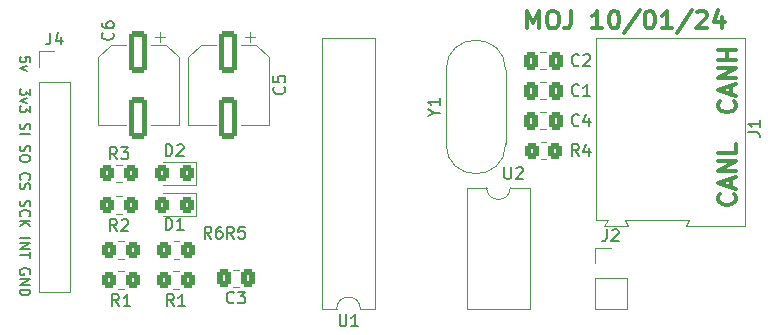
<source format=gto>
G04 #@! TF.GenerationSoftware,KiCad,Pcbnew,7.0.8*
G04 #@! TF.CreationDate,2024-01-10T12:44:37+01:00*
G04 #@! TF.ProjectId,CAN_board,43414e5f-626f-4617-9264-2e6b69636164,rev?*
G04 #@! TF.SameCoordinates,Original*
G04 #@! TF.FileFunction,Legend,Top*
G04 #@! TF.FilePolarity,Positive*
%FSLAX46Y46*%
G04 Gerber Fmt 4.6, Leading zero omitted, Abs format (unit mm)*
G04 Created by KiCad (PCBNEW 7.0.8) date 2024-01-10 12:44:37*
%MOMM*%
%LPD*%
G01*
G04 APERTURE LIST*
G04 Aperture macros list*
%AMRoundRect*
0 Rectangle with rounded corners*
0 $1 Rounding radius*
0 $2 $3 $4 $5 $6 $7 $8 $9 X,Y pos of 4 corners*
0 Add a 4 corners polygon primitive as box body*
4,1,4,$2,$3,$4,$5,$6,$7,$8,$9,$2,$3,0*
0 Add four circle primitives for the rounded corners*
1,1,$1+$1,$2,$3*
1,1,$1+$1,$4,$5*
1,1,$1+$1,$6,$7*
1,1,$1+$1,$8,$9*
0 Add four rect primitives between the rounded corners*
20,1,$1+$1,$2,$3,$4,$5,0*
20,1,$1+$1,$4,$5,$6,$7,0*
20,1,$1+$1,$6,$7,$8,$9,0*
20,1,$1+$1,$8,$9,$2,$3,0*%
G04 Aperture macros list end*
%ADD10C,0.300000*%
%ADD11C,0.200000*%
%ADD12C,0.150000*%
%ADD13C,0.120000*%
%ADD14C,5.600000*%
%ADD15RoundRect,0.250000X-0.550000X1.500000X-0.550000X-1.500000X0.550000X-1.500000X0.550000X1.500000X0*%
%ADD16O,2.400000X1.600000*%
%ADD17R,2.400000X1.600000*%
%ADD18RoundRect,0.250000X-0.350000X-0.450000X0.350000X-0.450000X0.350000X0.450000X-0.350000X0.450000X0*%
%ADD19C,1.500000*%
%ADD20R,1.600000X1.600000*%
%ADD21O,1.600000X1.600000*%
%ADD22R,1.700000X1.700000*%
%ADD23O,1.700000X1.700000*%
%ADD24R,3.960000X1.980000*%
%ADD25O,3.960000X1.980000*%
%ADD26RoundRect,0.250000X0.325000X0.450000X-0.325000X0.450000X-0.325000X-0.450000X0.325000X-0.450000X0*%
%ADD27RoundRect,0.250000X-0.337500X-0.475000X0.337500X-0.475000X0.337500X0.475000X-0.337500X0.475000X0*%
%ADD28RoundRect,0.250000X0.337500X0.475000X-0.337500X0.475000X-0.337500X-0.475000X0.337500X-0.475000X0*%
G04 APERTURE END LIST*
D10*
X172377971Y-105903346D02*
X172449400Y-105974774D01*
X172449400Y-105974774D02*
X172520828Y-106189060D01*
X172520828Y-106189060D02*
X172520828Y-106331917D01*
X172520828Y-106331917D02*
X172449400Y-106546203D01*
X172449400Y-106546203D02*
X172306542Y-106689060D01*
X172306542Y-106689060D02*
X172163685Y-106760489D01*
X172163685Y-106760489D02*
X171877971Y-106831917D01*
X171877971Y-106831917D02*
X171663685Y-106831917D01*
X171663685Y-106831917D02*
X171377971Y-106760489D01*
X171377971Y-106760489D02*
X171235114Y-106689060D01*
X171235114Y-106689060D02*
X171092257Y-106546203D01*
X171092257Y-106546203D02*
X171020828Y-106331917D01*
X171020828Y-106331917D02*
X171020828Y-106189060D01*
X171020828Y-106189060D02*
X171092257Y-105974774D01*
X171092257Y-105974774D02*
X171163685Y-105903346D01*
X172092257Y-105331917D02*
X172092257Y-104617632D01*
X172520828Y-105474774D02*
X171020828Y-104974774D01*
X171020828Y-104974774D02*
X172520828Y-104474774D01*
X172520828Y-103974775D02*
X171020828Y-103974775D01*
X171020828Y-103974775D02*
X172520828Y-103117632D01*
X172520828Y-103117632D02*
X171020828Y-103117632D01*
X172520828Y-101689060D02*
X172520828Y-102403346D01*
X172520828Y-102403346D02*
X171020828Y-102403346D01*
X172377971Y-98046203D02*
X172449400Y-98117631D01*
X172449400Y-98117631D02*
X172520828Y-98331917D01*
X172520828Y-98331917D02*
X172520828Y-98474774D01*
X172520828Y-98474774D02*
X172449400Y-98689060D01*
X172449400Y-98689060D02*
X172306542Y-98831917D01*
X172306542Y-98831917D02*
X172163685Y-98903346D01*
X172163685Y-98903346D02*
X171877971Y-98974774D01*
X171877971Y-98974774D02*
X171663685Y-98974774D01*
X171663685Y-98974774D02*
X171377971Y-98903346D01*
X171377971Y-98903346D02*
X171235114Y-98831917D01*
X171235114Y-98831917D02*
X171092257Y-98689060D01*
X171092257Y-98689060D02*
X171020828Y-98474774D01*
X171020828Y-98474774D02*
X171020828Y-98331917D01*
X171020828Y-98331917D02*
X171092257Y-98117631D01*
X171092257Y-98117631D02*
X171163685Y-98046203D01*
X172092257Y-97474774D02*
X172092257Y-96760489D01*
X172520828Y-97617631D02*
X171020828Y-97117631D01*
X171020828Y-97117631D02*
X172520828Y-96617631D01*
X172520828Y-96117632D02*
X171020828Y-96117632D01*
X171020828Y-96117632D02*
X172520828Y-95260489D01*
X172520828Y-95260489D02*
X171020828Y-95260489D01*
X172520828Y-94546203D02*
X171020828Y-94546203D01*
X171735114Y-94546203D02*
X171735114Y-93689060D01*
X172520828Y-93689060D02*
X171020828Y-93689060D01*
X154859510Y-91875828D02*
X154859510Y-90375828D01*
X154859510Y-90375828D02*
X155359510Y-91447257D01*
X155359510Y-91447257D02*
X155859510Y-90375828D01*
X155859510Y-90375828D02*
X155859510Y-91875828D01*
X156859511Y-90375828D02*
X157145225Y-90375828D01*
X157145225Y-90375828D02*
X157288082Y-90447257D01*
X157288082Y-90447257D02*
X157430939Y-90590114D01*
X157430939Y-90590114D02*
X157502368Y-90875828D01*
X157502368Y-90875828D02*
X157502368Y-91375828D01*
X157502368Y-91375828D02*
X157430939Y-91661542D01*
X157430939Y-91661542D02*
X157288082Y-91804400D01*
X157288082Y-91804400D02*
X157145225Y-91875828D01*
X157145225Y-91875828D02*
X156859511Y-91875828D01*
X156859511Y-91875828D02*
X156716654Y-91804400D01*
X156716654Y-91804400D02*
X156573796Y-91661542D01*
X156573796Y-91661542D02*
X156502368Y-91375828D01*
X156502368Y-91375828D02*
X156502368Y-90875828D01*
X156502368Y-90875828D02*
X156573796Y-90590114D01*
X156573796Y-90590114D02*
X156716654Y-90447257D01*
X156716654Y-90447257D02*
X156859511Y-90375828D01*
X158573797Y-90375828D02*
X158573797Y-91447257D01*
X158573797Y-91447257D02*
X158502368Y-91661542D01*
X158502368Y-91661542D02*
X158359511Y-91804400D01*
X158359511Y-91804400D02*
X158145225Y-91875828D01*
X158145225Y-91875828D02*
X158002368Y-91875828D01*
X161216654Y-91875828D02*
X160359511Y-91875828D01*
X160788082Y-91875828D02*
X160788082Y-90375828D01*
X160788082Y-90375828D02*
X160645225Y-90590114D01*
X160645225Y-90590114D02*
X160502368Y-90732971D01*
X160502368Y-90732971D02*
X160359511Y-90804400D01*
X162145225Y-90375828D02*
X162288082Y-90375828D01*
X162288082Y-90375828D02*
X162430939Y-90447257D01*
X162430939Y-90447257D02*
X162502368Y-90518685D01*
X162502368Y-90518685D02*
X162573796Y-90661542D01*
X162573796Y-90661542D02*
X162645225Y-90947257D01*
X162645225Y-90947257D02*
X162645225Y-91304400D01*
X162645225Y-91304400D02*
X162573796Y-91590114D01*
X162573796Y-91590114D02*
X162502368Y-91732971D01*
X162502368Y-91732971D02*
X162430939Y-91804400D01*
X162430939Y-91804400D02*
X162288082Y-91875828D01*
X162288082Y-91875828D02*
X162145225Y-91875828D01*
X162145225Y-91875828D02*
X162002368Y-91804400D01*
X162002368Y-91804400D02*
X161930939Y-91732971D01*
X161930939Y-91732971D02*
X161859510Y-91590114D01*
X161859510Y-91590114D02*
X161788082Y-91304400D01*
X161788082Y-91304400D02*
X161788082Y-90947257D01*
X161788082Y-90947257D02*
X161859510Y-90661542D01*
X161859510Y-90661542D02*
X161930939Y-90518685D01*
X161930939Y-90518685D02*
X162002368Y-90447257D01*
X162002368Y-90447257D02*
X162145225Y-90375828D01*
X164359510Y-90304400D02*
X163073796Y-92232971D01*
X165145225Y-90375828D02*
X165288082Y-90375828D01*
X165288082Y-90375828D02*
X165430939Y-90447257D01*
X165430939Y-90447257D02*
X165502368Y-90518685D01*
X165502368Y-90518685D02*
X165573796Y-90661542D01*
X165573796Y-90661542D02*
X165645225Y-90947257D01*
X165645225Y-90947257D02*
X165645225Y-91304400D01*
X165645225Y-91304400D02*
X165573796Y-91590114D01*
X165573796Y-91590114D02*
X165502368Y-91732971D01*
X165502368Y-91732971D02*
X165430939Y-91804400D01*
X165430939Y-91804400D02*
X165288082Y-91875828D01*
X165288082Y-91875828D02*
X165145225Y-91875828D01*
X165145225Y-91875828D02*
X165002368Y-91804400D01*
X165002368Y-91804400D02*
X164930939Y-91732971D01*
X164930939Y-91732971D02*
X164859510Y-91590114D01*
X164859510Y-91590114D02*
X164788082Y-91304400D01*
X164788082Y-91304400D02*
X164788082Y-90947257D01*
X164788082Y-90947257D02*
X164859510Y-90661542D01*
X164859510Y-90661542D02*
X164930939Y-90518685D01*
X164930939Y-90518685D02*
X165002368Y-90447257D01*
X165002368Y-90447257D02*
X165145225Y-90375828D01*
X167073796Y-91875828D02*
X166216653Y-91875828D01*
X166645224Y-91875828D02*
X166645224Y-90375828D01*
X166645224Y-90375828D02*
X166502367Y-90590114D01*
X166502367Y-90590114D02*
X166359510Y-90732971D01*
X166359510Y-90732971D02*
X166216653Y-90804400D01*
X168788081Y-90304400D02*
X167502367Y-92232971D01*
X169216653Y-90518685D02*
X169288081Y-90447257D01*
X169288081Y-90447257D02*
X169430939Y-90375828D01*
X169430939Y-90375828D02*
X169788081Y-90375828D01*
X169788081Y-90375828D02*
X169930939Y-90447257D01*
X169930939Y-90447257D02*
X170002367Y-90518685D01*
X170002367Y-90518685D02*
X170073796Y-90661542D01*
X170073796Y-90661542D02*
X170073796Y-90804400D01*
X170073796Y-90804400D02*
X170002367Y-91018685D01*
X170002367Y-91018685D02*
X169145224Y-91875828D01*
X169145224Y-91875828D02*
X170073796Y-91875828D01*
X171359510Y-90875828D02*
X171359510Y-91875828D01*
X171002367Y-90304400D02*
X170645224Y-91375828D01*
X170645224Y-91375828D02*
X171573795Y-91375828D01*
D11*
X112780542Y-94718720D02*
X112780542Y-94313958D01*
X112780542Y-94313958D02*
X112351971Y-94273482D01*
X112351971Y-94273482D02*
X112394828Y-94313958D01*
X112394828Y-94313958D02*
X112437685Y-94394911D01*
X112437685Y-94394911D02*
X112437685Y-94597292D01*
X112437685Y-94597292D02*
X112394828Y-94678244D01*
X112394828Y-94678244D02*
X112351971Y-94718720D01*
X112351971Y-94718720D02*
X112266257Y-94759197D01*
X112266257Y-94759197D02*
X112051971Y-94759197D01*
X112051971Y-94759197D02*
X111966257Y-94718720D01*
X111966257Y-94718720D02*
X111923400Y-94678244D01*
X111923400Y-94678244D02*
X111880542Y-94597292D01*
X111880542Y-94597292D02*
X111880542Y-94394911D01*
X111880542Y-94394911D02*
X111923400Y-94313958D01*
X111923400Y-94313958D02*
X111966257Y-94273482D01*
X112480542Y-95042530D02*
X111880542Y-95244911D01*
X111880542Y-95244911D02*
X112480542Y-95447292D01*
X112780542Y-96985387D02*
X112780542Y-97511578D01*
X112780542Y-97511578D02*
X112437685Y-97228244D01*
X112437685Y-97228244D02*
X112437685Y-97349673D01*
X112437685Y-97349673D02*
X112394828Y-97430625D01*
X112394828Y-97430625D02*
X112351971Y-97471101D01*
X112351971Y-97471101D02*
X112266257Y-97511578D01*
X112266257Y-97511578D02*
X112051971Y-97511578D01*
X112051971Y-97511578D02*
X111966257Y-97471101D01*
X111966257Y-97471101D02*
X111923400Y-97430625D01*
X111923400Y-97430625D02*
X111880542Y-97349673D01*
X111880542Y-97349673D02*
X111880542Y-97106816D01*
X111880542Y-97106816D02*
X111923400Y-97025863D01*
X111923400Y-97025863D02*
X111966257Y-96985387D01*
X112480542Y-97794911D02*
X111880542Y-97997292D01*
X111880542Y-97997292D02*
X112480542Y-98199673D01*
X112780542Y-98442530D02*
X112780542Y-98968721D01*
X112780542Y-98968721D02*
X112437685Y-98685387D01*
X112437685Y-98685387D02*
X112437685Y-98806816D01*
X112437685Y-98806816D02*
X112394828Y-98887768D01*
X112394828Y-98887768D02*
X112351971Y-98928244D01*
X112351971Y-98928244D02*
X112266257Y-98968721D01*
X112266257Y-98968721D02*
X112051971Y-98968721D01*
X112051971Y-98968721D02*
X111966257Y-98928244D01*
X111966257Y-98928244D02*
X111923400Y-98887768D01*
X111923400Y-98887768D02*
X111880542Y-98806816D01*
X111880542Y-98806816D02*
X111880542Y-98563959D01*
X111880542Y-98563959D02*
X111923400Y-98483006D01*
X111923400Y-98483006D02*
X111966257Y-98442530D01*
X111923400Y-99940149D02*
X111880542Y-100061578D01*
X111880542Y-100061578D02*
X111880542Y-100263959D01*
X111880542Y-100263959D02*
X111923400Y-100344911D01*
X111923400Y-100344911D02*
X111966257Y-100385387D01*
X111966257Y-100385387D02*
X112051971Y-100425864D01*
X112051971Y-100425864D02*
X112137685Y-100425864D01*
X112137685Y-100425864D02*
X112223400Y-100385387D01*
X112223400Y-100385387D02*
X112266257Y-100344911D01*
X112266257Y-100344911D02*
X112309114Y-100263959D01*
X112309114Y-100263959D02*
X112351971Y-100102054D01*
X112351971Y-100102054D02*
X112394828Y-100021102D01*
X112394828Y-100021102D02*
X112437685Y-99980625D01*
X112437685Y-99980625D02*
X112523400Y-99940149D01*
X112523400Y-99940149D02*
X112609114Y-99940149D01*
X112609114Y-99940149D02*
X112694828Y-99980625D01*
X112694828Y-99980625D02*
X112737685Y-100021102D01*
X112737685Y-100021102D02*
X112780542Y-100102054D01*
X112780542Y-100102054D02*
X112780542Y-100304435D01*
X112780542Y-100304435D02*
X112737685Y-100425864D01*
X111880542Y-100790149D02*
X112780542Y-100790149D01*
X111923400Y-101802054D02*
X111880542Y-101923483D01*
X111880542Y-101923483D02*
X111880542Y-102125864D01*
X111880542Y-102125864D02*
X111923400Y-102206816D01*
X111923400Y-102206816D02*
X111966257Y-102247292D01*
X111966257Y-102247292D02*
X112051971Y-102287769D01*
X112051971Y-102287769D02*
X112137685Y-102287769D01*
X112137685Y-102287769D02*
X112223400Y-102247292D01*
X112223400Y-102247292D02*
X112266257Y-102206816D01*
X112266257Y-102206816D02*
X112309114Y-102125864D01*
X112309114Y-102125864D02*
X112351971Y-101963959D01*
X112351971Y-101963959D02*
X112394828Y-101883007D01*
X112394828Y-101883007D02*
X112437685Y-101842530D01*
X112437685Y-101842530D02*
X112523400Y-101802054D01*
X112523400Y-101802054D02*
X112609114Y-101802054D01*
X112609114Y-101802054D02*
X112694828Y-101842530D01*
X112694828Y-101842530D02*
X112737685Y-101883007D01*
X112737685Y-101883007D02*
X112780542Y-101963959D01*
X112780542Y-101963959D02*
X112780542Y-102166340D01*
X112780542Y-102166340D02*
X112737685Y-102287769D01*
X112780542Y-102813959D02*
X112780542Y-102975864D01*
X112780542Y-102975864D02*
X112737685Y-103056816D01*
X112737685Y-103056816D02*
X112651971Y-103137769D01*
X112651971Y-103137769D02*
X112480542Y-103178245D01*
X112480542Y-103178245D02*
X112180542Y-103178245D01*
X112180542Y-103178245D02*
X112009114Y-103137769D01*
X112009114Y-103137769D02*
X111923400Y-103056816D01*
X111923400Y-103056816D02*
X111880542Y-102975864D01*
X111880542Y-102975864D02*
X111880542Y-102813959D01*
X111880542Y-102813959D02*
X111923400Y-102733007D01*
X111923400Y-102733007D02*
X112009114Y-102652054D01*
X112009114Y-102652054D02*
X112180542Y-102611578D01*
X112180542Y-102611578D02*
X112480542Y-102611578D01*
X112480542Y-102611578D02*
X112651971Y-102652054D01*
X112651971Y-102652054D02*
X112737685Y-102733007D01*
X112737685Y-102733007D02*
X112780542Y-102813959D01*
X111966257Y-104675864D02*
X111923400Y-104635388D01*
X111923400Y-104635388D02*
X111880542Y-104513959D01*
X111880542Y-104513959D02*
X111880542Y-104433007D01*
X111880542Y-104433007D02*
X111923400Y-104311578D01*
X111923400Y-104311578D02*
X112009114Y-104230626D01*
X112009114Y-104230626D02*
X112094828Y-104190149D01*
X112094828Y-104190149D02*
X112266257Y-104149673D01*
X112266257Y-104149673D02*
X112394828Y-104149673D01*
X112394828Y-104149673D02*
X112566257Y-104190149D01*
X112566257Y-104190149D02*
X112651971Y-104230626D01*
X112651971Y-104230626D02*
X112737685Y-104311578D01*
X112737685Y-104311578D02*
X112780542Y-104433007D01*
X112780542Y-104433007D02*
X112780542Y-104513959D01*
X112780542Y-104513959D02*
X112737685Y-104635388D01*
X112737685Y-104635388D02*
X112694828Y-104675864D01*
X111923400Y-104999673D02*
X111880542Y-105121102D01*
X111880542Y-105121102D02*
X111880542Y-105323483D01*
X111880542Y-105323483D02*
X111923400Y-105404435D01*
X111923400Y-105404435D02*
X111966257Y-105444911D01*
X111966257Y-105444911D02*
X112051971Y-105485388D01*
X112051971Y-105485388D02*
X112137685Y-105485388D01*
X112137685Y-105485388D02*
X112223400Y-105444911D01*
X112223400Y-105444911D02*
X112266257Y-105404435D01*
X112266257Y-105404435D02*
X112309114Y-105323483D01*
X112309114Y-105323483D02*
X112351971Y-105161578D01*
X112351971Y-105161578D02*
X112394828Y-105080626D01*
X112394828Y-105080626D02*
X112437685Y-105040149D01*
X112437685Y-105040149D02*
X112523400Y-104999673D01*
X112523400Y-104999673D02*
X112609114Y-104999673D01*
X112609114Y-104999673D02*
X112694828Y-105040149D01*
X112694828Y-105040149D02*
X112737685Y-105080626D01*
X112737685Y-105080626D02*
X112780542Y-105161578D01*
X112780542Y-105161578D02*
X112780542Y-105363959D01*
X112780542Y-105363959D02*
X112737685Y-105485388D01*
X111923400Y-106456816D02*
X111880542Y-106578245D01*
X111880542Y-106578245D02*
X111880542Y-106780626D01*
X111880542Y-106780626D02*
X111923400Y-106861578D01*
X111923400Y-106861578D02*
X111966257Y-106902054D01*
X111966257Y-106902054D02*
X112051971Y-106942531D01*
X112051971Y-106942531D02*
X112137685Y-106942531D01*
X112137685Y-106942531D02*
X112223400Y-106902054D01*
X112223400Y-106902054D02*
X112266257Y-106861578D01*
X112266257Y-106861578D02*
X112309114Y-106780626D01*
X112309114Y-106780626D02*
X112351971Y-106618721D01*
X112351971Y-106618721D02*
X112394828Y-106537769D01*
X112394828Y-106537769D02*
X112437685Y-106497292D01*
X112437685Y-106497292D02*
X112523400Y-106456816D01*
X112523400Y-106456816D02*
X112609114Y-106456816D01*
X112609114Y-106456816D02*
X112694828Y-106497292D01*
X112694828Y-106497292D02*
X112737685Y-106537769D01*
X112737685Y-106537769D02*
X112780542Y-106618721D01*
X112780542Y-106618721D02*
X112780542Y-106821102D01*
X112780542Y-106821102D02*
X112737685Y-106942531D01*
X111966257Y-107792531D02*
X111923400Y-107752055D01*
X111923400Y-107752055D02*
X111880542Y-107630626D01*
X111880542Y-107630626D02*
X111880542Y-107549674D01*
X111880542Y-107549674D02*
X111923400Y-107428245D01*
X111923400Y-107428245D02*
X112009114Y-107347293D01*
X112009114Y-107347293D02*
X112094828Y-107306816D01*
X112094828Y-107306816D02*
X112266257Y-107266340D01*
X112266257Y-107266340D02*
X112394828Y-107266340D01*
X112394828Y-107266340D02*
X112566257Y-107306816D01*
X112566257Y-107306816D02*
X112651971Y-107347293D01*
X112651971Y-107347293D02*
X112737685Y-107428245D01*
X112737685Y-107428245D02*
X112780542Y-107549674D01*
X112780542Y-107549674D02*
X112780542Y-107630626D01*
X112780542Y-107630626D02*
X112737685Y-107752055D01*
X112737685Y-107752055D02*
X112694828Y-107792531D01*
X111880542Y-108156816D02*
X112780542Y-108156816D01*
X111880542Y-108642531D02*
X112394828Y-108278245D01*
X112780542Y-108642531D02*
X112266257Y-108156816D01*
X111880542Y-109654435D02*
X112780542Y-109654435D01*
X111880542Y-110059197D02*
X112780542Y-110059197D01*
X112780542Y-110059197D02*
X111880542Y-110544912D01*
X111880542Y-110544912D02*
X112780542Y-110544912D01*
X112780542Y-110828245D02*
X112780542Y-111313959D01*
X111880542Y-111071102D02*
X112780542Y-111071102D01*
X112737685Y-112690150D02*
X112780542Y-112609197D01*
X112780542Y-112609197D02*
X112780542Y-112487769D01*
X112780542Y-112487769D02*
X112737685Y-112366340D01*
X112737685Y-112366340D02*
X112651971Y-112285388D01*
X112651971Y-112285388D02*
X112566257Y-112244911D01*
X112566257Y-112244911D02*
X112394828Y-112204435D01*
X112394828Y-112204435D02*
X112266257Y-112204435D01*
X112266257Y-112204435D02*
X112094828Y-112244911D01*
X112094828Y-112244911D02*
X112009114Y-112285388D01*
X112009114Y-112285388D02*
X111923400Y-112366340D01*
X111923400Y-112366340D02*
X111880542Y-112487769D01*
X111880542Y-112487769D02*
X111880542Y-112568721D01*
X111880542Y-112568721D02*
X111923400Y-112690150D01*
X111923400Y-112690150D02*
X111966257Y-112730626D01*
X111966257Y-112730626D02*
X112266257Y-112730626D01*
X112266257Y-112730626D02*
X112266257Y-112568721D01*
X111880542Y-113094911D02*
X112780542Y-113094911D01*
X112780542Y-113094911D02*
X111880542Y-113580626D01*
X111880542Y-113580626D02*
X112780542Y-113580626D01*
X111880542Y-113985387D02*
X112780542Y-113985387D01*
X112780542Y-113985387D02*
X112780542Y-114187768D01*
X112780542Y-114187768D02*
X112737685Y-114309197D01*
X112737685Y-114309197D02*
X112651971Y-114390149D01*
X112651971Y-114390149D02*
X112566257Y-114430626D01*
X112566257Y-114430626D02*
X112394828Y-114471102D01*
X112394828Y-114471102D02*
X112266257Y-114471102D01*
X112266257Y-114471102D02*
X112094828Y-114430626D01*
X112094828Y-114430626D02*
X112009114Y-114390149D01*
X112009114Y-114390149D02*
X111923400Y-114309197D01*
X111923400Y-114309197D02*
X111880542Y-114187768D01*
X111880542Y-114187768D02*
X111880542Y-113985387D01*
D12*
X119739580Y-92241666D02*
X119787200Y-92289285D01*
X119787200Y-92289285D02*
X119834819Y-92432142D01*
X119834819Y-92432142D02*
X119834819Y-92527380D01*
X119834819Y-92527380D02*
X119787200Y-92670237D01*
X119787200Y-92670237D02*
X119691961Y-92765475D01*
X119691961Y-92765475D02*
X119596723Y-92813094D01*
X119596723Y-92813094D02*
X119406247Y-92860713D01*
X119406247Y-92860713D02*
X119263390Y-92860713D01*
X119263390Y-92860713D02*
X119072914Y-92813094D01*
X119072914Y-92813094D02*
X118977676Y-92765475D01*
X118977676Y-92765475D02*
X118882438Y-92670237D01*
X118882438Y-92670237D02*
X118834819Y-92527380D01*
X118834819Y-92527380D02*
X118834819Y-92432142D01*
X118834819Y-92432142D02*
X118882438Y-92289285D01*
X118882438Y-92289285D02*
X118930057Y-92241666D01*
X118834819Y-91384523D02*
X118834819Y-91574999D01*
X118834819Y-91574999D02*
X118882438Y-91670237D01*
X118882438Y-91670237D02*
X118930057Y-91717856D01*
X118930057Y-91717856D02*
X119072914Y-91813094D01*
X119072914Y-91813094D02*
X119263390Y-91860713D01*
X119263390Y-91860713D02*
X119644342Y-91860713D01*
X119644342Y-91860713D02*
X119739580Y-91813094D01*
X119739580Y-91813094D02*
X119787200Y-91765475D01*
X119787200Y-91765475D02*
X119834819Y-91670237D01*
X119834819Y-91670237D02*
X119834819Y-91479761D01*
X119834819Y-91479761D02*
X119787200Y-91384523D01*
X119787200Y-91384523D02*
X119739580Y-91336904D01*
X119739580Y-91336904D02*
X119644342Y-91289285D01*
X119644342Y-91289285D02*
X119406247Y-91289285D01*
X119406247Y-91289285D02*
X119311009Y-91336904D01*
X119311009Y-91336904D02*
X119263390Y-91384523D01*
X119263390Y-91384523D02*
X119215771Y-91479761D01*
X119215771Y-91479761D02*
X119215771Y-91670237D01*
X119215771Y-91670237D02*
X119263390Y-91765475D01*
X119263390Y-91765475D02*
X119311009Y-91813094D01*
X119311009Y-91813094D02*
X119406247Y-91860713D01*
X134249580Y-96821666D02*
X134297200Y-96869285D01*
X134297200Y-96869285D02*
X134344819Y-97012142D01*
X134344819Y-97012142D02*
X134344819Y-97107380D01*
X134344819Y-97107380D02*
X134297200Y-97250237D01*
X134297200Y-97250237D02*
X134201961Y-97345475D01*
X134201961Y-97345475D02*
X134106723Y-97393094D01*
X134106723Y-97393094D02*
X133916247Y-97440713D01*
X133916247Y-97440713D02*
X133773390Y-97440713D01*
X133773390Y-97440713D02*
X133582914Y-97393094D01*
X133582914Y-97393094D02*
X133487676Y-97345475D01*
X133487676Y-97345475D02*
X133392438Y-97250237D01*
X133392438Y-97250237D02*
X133344819Y-97107380D01*
X133344819Y-97107380D02*
X133344819Y-97012142D01*
X133344819Y-97012142D02*
X133392438Y-96869285D01*
X133392438Y-96869285D02*
X133440057Y-96821666D01*
X133344819Y-95916904D02*
X133344819Y-96393094D01*
X133344819Y-96393094D02*
X133821009Y-96440713D01*
X133821009Y-96440713D02*
X133773390Y-96393094D01*
X133773390Y-96393094D02*
X133725771Y-96297856D01*
X133725771Y-96297856D02*
X133725771Y-96059761D01*
X133725771Y-96059761D02*
X133773390Y-95964523D01*
X133773390Y-95964523D02*
X133821009Y-95916904D01*
X133821009Y-95916904D02*
X133916247Y-95869285D01*
X133916247Y-95869285D02*
X134154342Y-95869285D01*
X134154342Y-95869285D02*
X134249580Y-95916904D01*
X134249580Y-95916904D02*
X134297200Y-95964523D01*
X134297200Y-95964523D02*
X134344819Y-96059761D01*
X134344819Y-96059761D02*
X134344819Y-96297856D01*
X134344819Y-96297856D02*
X134297200Y-96393094D01*
X134297200Y-96393094D02*
X134249580Y-96440713D01*
X138953095Y-116084819D02*
X138953095Y-116894342D01*
X138953095Y-116894342D02*
X139000714Y-116989580D01*
X139000714Y-116989580D02*
X139048333Y-117037200D01*
X139048333Y-117037200D02*
X139143571Y-117084819D01*
X139143571Y-117084819D02*
X139334047Y-117084819D01*
X139334047Y-117084819D02*
X139429285Y-117037200D01*
X139429285Y-117037200D02*
X139476904Y-116989580D01*
X139476904Y-116989580D02*
X139524523Y-116894342D01*
X139524523Y-116894342D02*
X139524523Y-116084819D01*
X140524523Y-117084819D02*
X139953095Y-117084819D01*
X140238809Y-117084819D02*
X140238809Y-116084819D01*
X140238809Y-116084819D02*
X140143571Y-116227676D01*
X140143571Y-116227676D02*
X140048333Y-116322914D01*
X140048333Y-116322914D02*
X139953095Y-116370533D01*
X128103333Y-109674819D02*
X127770000Y-109198628D01*
X127531905Y-109674819D02*
X127531905Y-108674819D01*
X127531905Y-108674819D02*
X127912857Y-108674819D01*
X127912857Y-108674819D02*
X128008095Y-108722438D01*
X128008095Y-108722438D02*
X128055714Y-108770057D01*
X128055714Y-108770057D02*
X128103333Y-108865295D01*
X128103333Y-108865295D02*
X128103333Y-109008152D01*
X128103333Y-109008152D02*
X128055714Y-109103390D01*
X128055714Y-109103390D02*
X128008095Y-109151009D01*
X128008095Y-109151009D02*
X127912857Y-109198628D01*
X127912857Y-109198628D02*
X127531905Y-109198628D01*
X128960476Y-108674819D02*
X128770000Y-108674819D01*
X128770000Y-108674819D02*
X128674762Y-108722438D01*
X128674762Y-108722438D02*
X128627143Y-108770057D01*
X128627143Y-108770057D02*
X128531905Y-108912914D01*
X128531905Y-108912914D02*
X128484286Y-109103390D01*
X128484286Y-109103390D02*
X128484286Y-109484342D01*
X128484286Y-109484342D02*
X128531905Y-109579580D01*
X128531905Y-109579580D02*
X128579524Y-109627200D01*
X128579524Y-109627200D02*
X128674762Y-109674819D01*
X128674762Y-109674819D02*
X128865238Y-109674819D01*
X128865238Y-109674819D02*
X128960476Y-109627200D01*
X128960476Y-109627200D02*
X129008095Y-109579580D01*
X129008095Y-109579580D02*
X129055714Y-109484342D01*
X129055714Y-109484342D02*
X129055714Y-109246247D01*
X129055714Y-109246247D02*
X129008095Y-109151009D01*
X129008095Y-109151009D02*
X128960476Y-109103390D01*
X128960476Y-109103390D02*
X128865238Y-109055771D01*
X128865238Y-109055771D02*
X128674762Y-109055771D01*
X128674762Y-109055771D02*
X128579524Y-109103390D01*
X128579524Y-109103390D02*
X128531905Y-109151009D01*
X128531905Y-109151009D02*
X128484286Y-109246247D01*
X130008333Y-109674819D02*
X129675000Y-109198628D01*
X129436905Y-109674819D02*
X129436905Y-108674819D01*
X129436905Y-108674819D02*
X129817857Y-108674819D01*
X129817857Y-108674819D02*
X129913095Y-108722438D01*
X129913095Y-108722438D02*
X129960714Y-108770057D01*
X129960714Y-108770057D02*
X130008333Y-108865295D01*
X130008333Y-108865295D02*
X130008333Y-109008152D01*
X130008333Y-109008152D02*
X129960714Y-109103390D01*
X129960714Y-109103390D02*
X129913095Y-109151009D01*
X129913095Y-109151009D02*
X129817857Y-109198628D01*
X129817857Y-109198628D02*
X129436905Y-109198628D01*
X130913095Y-108674819D02*
X130436905Y-108674819D01*
X130436905Y-108674819D02*
X130389286Y-109151009D01*
X130389286Y-109151009D02*
X130436905Y-109103390D01*
X130436905Y-109103390D02*
X130532143Y-109055771D01*
X130532143Y-109055771D02*
X130770238Y-109055771D01*
X130770238Y-109055771D02*
X130865476Y-109103390D01*
X130865476Y-109103390D02*
X130913095Y-109151009D01*
X130913095Y-109151009D02*
X130960714Y-109246247D01*
X130960714Y-109246247D02*
X130960714Y-109484342D01*
X130960714Y-109484342D02*
X130913095Y-109579580D01*
X130913095Y-109579580D02*
X130865476Y-109627200D01*
X130865476Y-109627200D02*
X130770238Y-109674819D01*
X130770238Y-109674819D02*
X130532143Y-109674819D01*
X130532143Y-109674819D02*
X130436905Y-109627200D01*
X130436905Y-109627200D02*
X130389286Y-109579580D01*
X159218333Y-102689819D02*
X158885000Y-102213628D01*
X158646905Y-102689819D02*
X158646905Y-101689819D01*
X158646905Y-101689819D02*
X159027857Y-101689819D01*
X159027857Y-101689819D02*
X159123095Y-101737438D01*
X159123095Y-101737438D02*
X159170714Y-101785057D01*
X159170714Y-101785057D02*
X159218333Y-101880295D01*
X159218333Y-101880295D02*
X159218333Y-102023152D01*
X159218333Y-102023152D02*
X159170714Y-102118390D01*
X159170714Y-102118390D02*
X159123095Y-102166009D01*
X159123095Y-102166009D02*
X159027857Y-102213628D01*
X159027857Y-102213628D02*
X158646905Y-102213628D01*
X160075476Y-102023152D02*
X160075476Y-102689819D01*
X159837381Y-101642200D02*
X159599286Y-102356485D01*
X159599286Y-102356485D02*
X160218333Y-102356485D01*
X120118333Y-102944819D02*
X119785000Y-102468628D01*
X119546905Y-102944819D02*
X119546905Y-101944819D01*
X119546905Y-101944819D02*
X119927857Y-101944819D01*
X119927857Y-101944819D02*
X120023095Y-101992438D01*
X120023095Y-101992438D02*
X120070714Y-102040057D01*
X120070714Y-102040057D02*
X120118333Y-102135295D01*
X120118333Y-102135295D02*
X120118333Y-102278152D01*
X120118333Y-102278152D02*
X120070714Y-102373390D01*
X120070714Y-102373390D02*
X120023095Y-102421009D01*
X120023095Y-102421009D02*
X119927857Y-102468628D01*
X119927857Y-102468628D02*
X119546905Y-102468628D01*
X120451667Y-101944819D02*
X121070714Y-101944819D01*
X121070714Y-101944819D02*
X120737381Y-102325771D01*
X120737381Y-102325771D02*
X120880238Y-102325771D01*
X120880238Y-102325771D02*
X120975476Y-102373390D01*
X120975476Y-102373390D02*
X121023095Y-102421009D01*
X121023095Y-102421009D02*
X121070714Y-102516247D01*
X121070714Y-102516247D02*
X121070714Y-102754342D01*
X121070714Y-102754342D02*
X121023095Y-102849580D01*
X121023095Y-102849580D02*
X120975476Y-102897200D01*
X120975476Y-102897200D02*
X120880238Y-102944819D01*
X120880238Y-102944819D02*
X120594524Y-102944819D01*
X120594524Y-102944819D02*
X120499286Y-102897200D01*
X120499286Y-102897200D02*
X120451667Y-102849580D01*
X120118333Y-109039819D02*
X119785000Y-108563628D01*
X119546905Y-109039819D02*
X119546905Y-108039819D01*
X119546905Y-108039819D02*
X119927857Y-108039819D01*
X119927857Y-108039819D02*
X120023095Y-108087438D01*
X120023095Y-108087438D02*
X120070714Y-108135057D01*
X120070714Y-108135057D02*
X120118333Y-108230295D01*
X120118333Y-108230295D02*
X120118333Y-108373152D01*
X120118333Y-108373152D02*
X120070714Y-108468390D01*
X120070714Y-108468390D02*
X120023095Y-108516009D01*
X120023095Y-108516009D02*
X119927857Y-108563628D01*
X119927857Y-108563628D02*
X119546905Y-108563628D01*
X120499286Y-108135057D02*
X120546905Y-108087438D01*
X120546905Y-108087438D02*
X120642143Y-108039819D01*
X120642143Y-108039819D02*
X120880238Y-108039819D01*
X120880238Y-108039819D02*
X120975476Y-108087438D01*
X120975476Y-108087438D02*
X121023095Y-108135057D01*
X121023095Y-108135057D02*
X121070714Y-108230295D01*
X121070714Y-108230295D02*
X121070714Y-108325533D01*
X121070714Y-108325533D02*
X121023095Y-108468390D01*
X121023095Y-108468390D02*
X120451667Y-109039819D01*
X120451667Y-109039819D02*
X121070714Y-109039819D01*
X120288333Y-115389819D02*
X119955000Y-114913628D01*
X119716905Y-115389819D02*
X119716905Y-114389819D01*
X119716905Y-114389819D02*
X120097857Y-114389819D01*
X120097857Y-114389819D02*
X120193095Y-114437438D01*
X120193095Y-114437438D02*
X120240714Y-114485057D01*
X120240714Y-114485057D02*
X120288333Y-114580295D01*
X120288333Y-114580295D02*
X120288333Y-114723152D01*
X120288333Y-114723152D02*
X120240714Y-114818390D01*
X120240714Y-114818390D02*
X120193095Y-114866009D01*
X120193095Y-114866009D02*
X120097857Y-114913628D01*
X120097857Y-114913628D02*
X119716905Y-114913628D01*
X121240714Y-115389819D02*
X120669286Y-115389819D01*
X120955000Y-115389819D02*
X120955000Y-114389819D01*
X120955000Y-114389819D02*
X120859762Y-114532676D01*
X120859762Y-114532676D02*
X120764524Y-114627914D01*
X120764524Y-114627914D02*
X120669286Y-114675533D01*
X124928333Y-115389819D02*
X124595000Y-114913628D01*
X124356905Y-115389819D02*
X124356905Y-114389819D01*
X124356905Y-114389819D02*
X124737857Y-114389819D01*
X124737857Y-114389819D02*
X124833095Y-114437438D01*
X124833095Y-114437438D02*
X124880714Y-114485057D01*
X124880714Y-114485057D02*
X124928333Y-114580295D01*
X124928333Y-114580295D02*
X124928333Y-114723152D01*
X124928333Y-114723152D02*
X124880714Y-114818390D01*
X124880714Y-114818390D02*
X124833095Y-114866009D01*
X124833095Y-114866009D02*
X124737857Y-114913628D01*
X124737857Y-114913628D02*
X124356905Y-114913628D01*
X125880714Y-115389819D02*
X125309286Y-115389819D01*
X125595000Y-115389819D02*
X125595000Y-114389819D01*
X125595000Y-114389819D02*
X125499762Y-114532676D01*
X125499762Y-114532676D02*
X125404524Y-114627914D01*
X125404524Y-114627914D02*
X125309286Y-114675533D01*
X146948628Y-99001190D02*
X147424819Y-99001190D01*
X146424819Y-99334523D02*
X146948628Y-99001190D01*
X146948628Y-99001190D02*
X146424819Y-98667857D01*
X147424819Y-97810714D02*
X147424819Y-98382142D01*
X147424819Y-98096428D02*
X146424819Y-98096428D01*
X146424819Y-98096428D02*
X146567676Y-98191666D01*
X146567676Y-98191666D02*
X146662914Y-98286904D01*
X146662914Y-98286904D02*
X146710533Y-98382142D01*
X152908095Y-103629819D02*
X152908095Y-104439342D01*
X152908095Y-104439342D02*
X152955714Y-104534580D01*
X152955714Y-104534580D02*
X153003333Y-104582200D01*
X153003333Y-104582200D02*
X153098571Y-104629819D01*
X153098571Y-104629819D02*
X153289047Y-104629819D01*
X153289047Y-104629819D02*
X153384285Y-104582200D01*
X153384285Y-104582200D02*
X153431904Y-104534580D01*
X153431904Y-104534580D02*
X153479523Y-104439342D01*
X153479523Y-104439342D02*
X153479523Y-103629819D01*
X153908095Y-103725057D02*
X153955714Y-103677438D01*
X153955714Y-103677438D02*
X154050952Y-103629819D01*
X154050952Y-103629819D02*
X154289047Y-103629819D01*
X154289047Y-103629819D02*
X154384285Y-103677438D01*
X154384285Y-103677438D02*
X154431904Y-103725057D01*
X154431904Y-103725057D02*
X154479523Y-103820295D01*
X154479523Y-103820295D02*
X154479523Y-103915533D01*
X154479523Y-103915533D02*
X154431904Y-104058390D01*
X154431904Y-104058390D02*
X153860476Y-104629819D01*
X153860476Y-104629819D02*
X154479523Y-104629819D01*
X114481666Y-92234819D02*
X114481666Y-92949104D01*
X114481666Y-92949104D02*
X114434047Y-93091961D01*
X114434047Y-93091961D02*
X114338809Y-93187200D01*
X114338809Y-93187200D02*
X114195952Y-93234819D01*
X114195952Y-93234819D02*
X114100714Y-93234819D01*
X115386428Y-92568152D02*
X115386428Y-93234819D01*
X115148333Y-92187200D02*
X114910238Y-92901485D01*
X114910238Y-92901485D02*
X115529285Y-92901485D01*
X161591666Y-108884819D02*
X161591666Y-109599104D01*
X161591666Y-109599104D02*
X161544047Y-109741961D01*
X161544047Y-109741961D02*
X161448809Y-109837200D01*
X161448809Y-109837200D02*
X161305952Y-109884819D01*
X161305952Y-109884819D02*
X161210714Y-109884819D01*
X162020238Y-108980057D02*
X162067857Y-108932438D01*
X162067857Y-108932438D02*
X162163095Y-108884819D01*
X162163095Y-108884819D02*
X162401190Y-108884819D01*
X162401190Y-108884819D02*
X162496428Y-108932438D01*
X162496428Y-108932438D02*
X162544047Y-108980057D01*
X162544047Y-108980057D02*
X162591666Y-109075295D01*
X162591666Y-109075295D02*
X162591666Y-109170533D01*
X162591666Y-109170533D02*
X162544047Y-109313390D01*
X162544047Y-109313390D02*
X161972619Y-109884819D01*
X161972619Y-109884819D02*
X162591666Y-109884819D01*
X173559819Y-100663333D02*
X174274104Y-100663333D01*
X174274104Y-100663333D02*
X174416961Y-100710952D01*
X174416961Y-100710952D02*
X174512200Y-100806190D01*
X174512200Y-100806190D02*
X174559819Y-100949047D01*
X174559819Y-100949047D02*
X174559819Y-101044285D01*
X174559819Y-99663333D02*
X174559819Y-100234761D01*
X174559819Y-99949047D02*
X173559819Y-99949047D01*
X173559819Y-99949047D02*
X173702676Y-100044285D01*
X173702676Y-100044285D02*
X173797914Y-100139523D01*
X173797914Y-100139523D02*
X173845533Y-100234761D01*
X124236905Y-102689819D02*
X124236905Y-101689819D01*
X124236905Y-101689819D02*
X124475000Y-101689819D01*
X124475000Y-101689819D02*
X124617857Y-101737438D01*
X124617857Y-101737438D02*
X124713095Y-101832676D01*
X124713095Y-101832676D02*
X124760714Y-101927914D01*
X124760714Y-101927914D02*
X124808333Y-102118390D01*
X124808333Y-102118390D02*
X124808333Y-102261247D01*
X124808333Y-102261247D02*
X124760714Y-102451723D01*
X124760714Y-102451723D02*
X124713095Y-102546961D01*
X124713095Y-102546961D02*
X124617857Y-102642200D01*
X124617857Y-102642200D02*
X124475000Y-102689819D01*
X124475000Y-102689819D02*
X124236905Y-102689819D01*
X125189286Y-101785057D02*
X125236905Y-101737438D01*
X125236905Y-101737438D02*
X125332143Y-101689819D01*
X125332143Y-101689819D02*
X125570238Y-101689819D01*
X125570238Y-101689819D02*
X125665476Y-101737438D01*
X125665476Y-101737438D02*
X125713095Y-101785057D01*
X125713095Y-101785057D02*
X125760714Y-101880295D01*
X125760714Y-101880295D02*
X125760714Y-101975533D01*
X125760714Y-101975533D02*
X125713095Y-102118390D01*
X125713095Y-102118390D02*
X125141667Y-102689819D01*
X125141667Y-102689819D02*
X125760714Y-102689819D01*
X124236905Y-108919819D02*
X124236905Y-107919819D01*
X124236905Y-107919819D02*
X124475000Y-107919819D01*
X124475000Y-107919819D02*
X124617857Y-107967438D01*
X124617857Y-107967438D02*
X124713095Y-108062676D01*
X124713095Y-108062676D02*
X124760714Y-108157914D01*
X124760714Y-108157914D02*
X124808333Y-108348390D01*
X124808333Y-108348390D02*
X124808333Y-108491247D01*
X124808333Y-108491247D02*
X124760714Y-108681723D01*
X124760714Y-108681723D02*
X124713095Y-108776961D01*
X124713095Y-108776961D02*
X124617857Y-108872200D01*
X124617857Y-108872200D02*
X124475000Y-108919819D01*
X124475000Y-108919819D02*
X124236905Y-108919819D01*
X125760714Y-108919819D02*
X125189286Y-108919819D01*
X125475000Y-108919819D02*
X125475000Y-107919819D01*
X125475000Y-107919819D02*
X125379762Y-108062676D01*
X125379762Y-108062676D02*
X125284524Y-108157914D01*
X125284524Y-108157914D02*
X125189286Y-108205533D01*
X159218333Y-100054580D02*
X159170714Y-100102200D01*
X159170714Y-100102200D02*
X159027857Y-100149819D01*
X159027857Y-100149819D02*
X158932619Y-100149819D01*
X158932619Y-100149819D02*
X158789762Y-100102200D01*
X158789762Y-100102200D02*
X158694524Y-100006961D01*
X158694524Y-100006961D02*
X158646905Y-99911723D01*
X158646905Y-99911723D02*
X158599286Y-99721247D01*
X158599286Y-99721247D02*
X158599286Y-99578390D01*
X158599286Y-99578390D02*
X158646905Y-99387914D01*
X158646905Y-99387914D02*
X158694524Y-99292676D01*
X158694524Y-99292676D02*
X158789762Y-99197438D01*
X158789762Y-99197438D02*
X158932619Y-99149819D01*
X158932619Y-99149819D02*
X159027857Y-99149819D01*
X159027857Y-99149819D02*
X159170714Y-99197438D01*
X159170714Y-99197438D02*
X159218333Y-99245057D01*
X160075476Y-99483152D02*
X160075476Y-100149819D01*
X159837381Y-99102200D02*
X159599286Y-99816485D01*
X159599286Y-99816485D02*
X160218333Y-99816485D01*
X130008333Y-115069580D02*
X129960714Y-115117200D01*
X129960714Y-115117200D02*
X129817857Y-115164819D01*
X129817857Y-115164819D02*
X129722619Y-115164819D01*
X129722619Y-115164819D02*
X129579762Y-115117200D01*
X129579762Y-115117200D02*
X129484524Y-115021961D01*
X129484524Y-115021961D02*
X129436905Y-114926723D01*
X129436905Y-114926723D02*
X129389286Y-114736247D01*
X129389286Y-114736247D02*
X129389286Y-114593390D01*
X129389286Y-114593390D02*
X129436905Y-114402914D01*
X129436905Y-114402914D02*
X129484524Y-114307676D01*
X129484524Y-114307676D02*
X129579762Y-114212438D01*
X129579762Y-114212438D02*
X129722619Y-114164819D01*
X129722619Y-114164819D02*
X129817857Y-114164819D01*
X129817857Y-114164819D02*
X129960714Y-114212438D01*
X129960714Y-114212438D02*
X130008333Y-114260057D01*
X130341667Y-114164819D02*
X130960714Y-114164819D01*
X130960714Y-114164819D02*
X130627381Y-114545771D01*
X130627381Y-114545771D02*
X130770238Y-114545771D01*
X130770238Y-114545771D02*
X130865476Y-114593390D01*
X130865476Y-114593390D02*
X130913095Y-114641009D01*
X130913095Y-114641009D02*
X130960714Y-114736247D01*
X130960714Y-114736247D02*
X130960714Y-114974342D01*
X130960714Y-114974342D02*
X130913095Y-115069580D01*
X130913095Y-115069580D02*
X130865476Y-115117200D01*
X130865476Y-115117200D02*
X130770238Y-115164819D01*
X130770238Y-115164819D02*
X130484524Y-115164819D01*
X130484524Y-115164819D02*
X130389286Y-115117200D01*
X130389286Y-115117200D02*
X130341667Y-115069580D01*
X159218333Y-94974580D02*
X159170714Y-95022200D01*
X159170714Y-95022200D02*
X159027857Y-95069819D01*
X159027857Y-95069819D02*
X158932619Y-95069819D01*
X158932619Y-95069819D02*
X158789762Y-95022200D01*
X158789762Y-95022200D02*
X158694524Y-94926961D01*
X158694524Y-94926961D02*
X158646905Y-94831723D01*
X158646905Y-94831723D02*
X158599286Y-94641247D01*
X158599286Y-94641247D02*
X158599286Y-94498390D01*
X158599286Y-94498390D02*
X158646905Y-94307914D01*
X158646905Y-94307914D02*
X158694524Y-94212676D01*
X158694524Y-94212676D02*
X158789762Y-94117438D01*
X158789762Y-94117438D02*
X158932619Y-94069819D01*
X158932619Y-94069819D02*
X159027857Y-94069819D01*
X159027857Y-94069819D02*
X159170714Y-94117438D01*
X159170714Y-94117438D02*
X159218333Y-94165057D01*
X159599286Y-94165057D02*
X159646905Y-94117438D01*
X159646905Y-94117438D02*
X159742143Y-94069819D01*
X159742143Y-94069819D02*
X159980238Y-94069819D01*
X159980238Y-94069819D02*
X160075476Y-94117438D01*
X160075476Y-94117438D02*
X160123095Y-94165057D01*
X160123095Y-94165057D02*
X160170714Y-94260295D01*
X160170714Y-94260295D02*
X160170714Y-94355533D01*
X160170714Y-94355533D02*
X160123095Y-94498390D01*
X160123095Y-94498390D02*
X159551667Y-95069819D01*
X159551667Y-95069819D02*
X160170714Y-95069819D01*
X159218333Y-97514580D02*
X159170714Y-97562200D01*
X159170714Y-97562200D02*
X159027857Y-97609819D01*
X159027857Y-97609819D02*
X158932619Y-97609819D01*
X158932619Y-97609819D02*
X158789762Y-97562200D01*
X158789762Y-97562200D02*
X158694524Y-97466961D01*
X158694524Y-97466961D02*
X158646905Y-97371723D01*
X158646905Y-97371723D02*
X158599286Y-97181247D01*
X158599286Y-97181247D02*
X158599286Y-97038390D01*
X158599286Y-97038390D02*
X158646905Y-96847914D01*
X158646905Y-96847914D02*
X158694524Y-96752676D01*
X158694524Y-96752676D02*
X158789762Y-96657438D01*
X158789762Y-96657438D02*
X158932619Y-96609819D01*
X158932619Y-96609819D02*
X159027857Y-96609819D01*
X159027857Y-96609819D02*
X159170714Y-96657438D01*
X159170714Y-96657438D02*
X159218333Y-96705057D01*
X160170714Y-97609819D02*
X159599286Y-97609819D01*
X159885000Y-97609819D02*
X159885000Y-96609819D01*
X159885000Y-96609819D02*
X159789762Y-96752676D01*
X159789762Y-96752676D02*
X159694524Y-96847914D01*
X159694524Y-96847914D02*
X159599286Y-96895533D01*
D13*
X123767500Y-92217500D02*
X123767500Y-93005000D01*
X124161250Y-92611250D02*
X123373750Y-92611250D01*
X119574437Y-93245000D02*
X120860000Y-93245000D01*
X125330000Y-94309437D02*
X125330000Y-100065000D01*
X124265563Y-93245000D02*
X125330000Y-94309437D01*
X119574437Y-93245000D02*
X118510000Y-94309437D01*
X124265563Y-93245000D02*
X122980000Y-93245000D01*
X118510000Y-100065000D02*
X120860000Y-100065000D01*
X125330000Y-100065000D02*
X122980000Y-100065000D01*
X118510000Y-94309437D02*
X118510000Y-100065000D01*
X131387500Y-92217500D02*
X131387500Y-93005000D01*
X131781250Y-92611250D02*
X130993750Y-92611250D01*
X127194437Y-93245000D02*
X128480000Y-93245000D01*
X132950000Y-94309437D02*
X132950000Y-100065000D01*
X131885563Y-93245000D02*
X132950000Y-94309437D01*
X127194437Y-93245000D02*
X126130000Y-94309437D01*
X131885563Y-93245000D02*
X130600000Y-93245000D01*
X126130000Y-100065000D02*
X128480000Y-100065000D01*
X132950000Y-100065000D02*
X130600000Y-100065000D01*
X126130000Y-94309437D02*
X126130000Y-100065000D01*
X140715000Y-115630000D02*
G75*
G03*
X138715000Y-115630000I-1000000J0D01*
G01*
X137465000Y-92650000D02*
X137465000Y-115630000D01*
X140715000Y-115630000D02*
X141965000Y-115630000D01*
X141965000Y-115630000D02*
X141965000Y-92650000D01*
X137465000Y-115630000D02*
X138715000Y-115630000D01*
X141965000Y-92650000D02*
X137465000Y-92650000D01*
X120227936Y-111360000D02*
X120682064Y-111360000D01*
X120227936Y-109890000D02*
X120682064Y-109890000D01*
X124905436Y-111360000D02*
X125359564Y-111360000D01*
X124905436Y-109890000D02*
X125359564Y-109890000D01*
X155982936Y-102970000D02*
X156437064Y-102970000D01*
X155982936Y-101500000D02*
X156437064Y-101500000D01*
X120057936Y-103405000D02*
X120512064Y-103405000D01*
X120057936Y-104875000D02*
X120512064Y-104875000D01*
X120057936Y-107550000D02*
X120512064Y-107550000D01*
X120057936Y-106080000D02*
X120512064Y-106080000D01*
X120227936Y-112430000D02*
X120682064Y-112430000D01*
X120227936Y-113900000D02*
X120682064Y-113900000D01*
X124867936Y-112430000D02*
X125322064Y-112430000D01*
X124867936Y-113900000D02*
X125322064Y-113900000D01*
X147970000Y-101650000D02*
G75*
G03*
X153020000Y-101650000I2525000J0D01*
G01*
X153020000Y-95400000D02*
G75*
G03*
X147970000Y-95400000I-2525000J0D01*
G01*
X147970000Y-101650000D02*
X147970000Y-95400000D01*
X153020000Y-101650000D02*
X153020000Y-95400000D01*
X155060000Y-105360000D02*
X153410000Y-105360000D01*
X149760000Y-105360000D02*
X149760000Y-115640000D01*
X155060000Y-115640000D02*
X155060000Y-105360000D01*
X151410000Y-105360000D02*
X149760000Y-105360000D01*
X149760000Y-115640000D02*
X155060000Y-115640000D01*
X151410000Y-105360000D02*
G75*
G03*
X153410000Y-105360000I1000000J0D01*
G01*
X113485000Y-96380000D02*
X116145000Y-96380000D01*
X113485000Y-114220000D02*
X116145000Y-114220000D01*
X113485000Y-96380000D02*
X113485000Y-114220000D01*
X113485000Y-95110000D02*
X113485000Y-93780000D01*
X116145000Y-96380000D02*
X116145000Y-114220000D01*
X113485000Y-93780000D02*
X114815000Y-93780000D01*
X163255000Y-113030000D02*
X163255000Y-115630000D01*
X160595000Y-110430000D02*
X161925000Y-110430000D01*
X160595000Y-113030000D02*
X163255000Y-113030000D01*
X160595000Y-113030000D02*
X160595000Y-115630000D01*
X160595000Y-115630000D02*
X163255000Y-115630000D01*
X160595000Y-111760000D02*
X160595000Y-110430000D01*
X163355000Y-108580000D02*
X163105000Y-108080000D01*
X168255000Y-108580000D02*
X173305000Y-108580000D01*
X163105000Y-108080000D02*
X168505000Y-108080000D01*
X161655000Y-108080000D02*
X161355000Y-108580000D01*
X173305000Y-92680000D02*
X160705000Y-92680000D01*
X168505000Y-108080000D02*
X168255000Y-108580000D01*
X173305000Y-108580000D02*
X173305000Y-92680000D01*
X160705000Y-92680000D02*
X160705000Y-108080000D01*
X161355000Y-108580000D02*
X163355000Y-108580000D01*
X160705000Y-108080000D02*
X161655000Y-108080000D01*
X126835000Y-105100000D02*
X126835000Y-103180000D01*
X123975000Y-105100000D02*
X126835000Y-105100000D01*
X126835000Y-103180000D02*
X123975000Y-103180000D01*
X126835000Y-105855000D02*
X123975000Y-105855000D01*
X123975000Y-107775000D02*
X126835000Y-107775000D01*
X126835000Y-107775000D02*
X126835000Y-105855000D01*
X155948748Y-100430000D02*
X156471252Y-100430000D01*
X155948748Y-98960000D02*
X156471252Y-98960000D01*
X130436252Y-113765000D02*
X129913748Y-113765000D01*
X130436252Y-112295000D02*
X129913748Y-112295000D01*
X155948748Y-95350000D02*
X156471252Y-95350000D01*
X155948748Y-93880000D02*
X156471252Y-93880000D01*
X155948748Y-96420000D02*
X156471252Y-96420000D01*
X155948748Y-97890000D02*
X156471252Y-97890000D01*
%LPC*%
D14*
X168910000Y-113030000D03*
D15*
X121920000Y-93855000D03*
X121920000Y-99455000D03*
X129540000Y-93855000D03*
X129540000Y-99455000D03*
D16*
X135905000Y-114300000D03*
X135905000Y-111760000D03*
X135905000Y-109220000D03*
X135905000Y-106680000D03*
X135905000Y-104140000D03*
X135905000Y-101600000D03*
X135905000Y-99060000D03*
X135905000Y-96520000D03*
X135905000Y-93980000D03*
X143525000Y-93980000D03*
X143525000Y-96520000D03*
X143525000Y-99060000D03*
X143525000Y-101600000D03*
X143525000Y-104140000D03*
X143525000Y-106680000D03*
X143525000Y-109220000D03*
X143525000Y-111760000D03*
D17*
X143525000Y-114300000D03*
D18*
X121455000Y-110625000D03*
X119455000Y-110625000D03*
X126132500Y-110625000D03*
X124132500Y-110625000D03*
X157210000Y-102235000D03*
X155210000Y-102235000D03*
X119285000Y-104140000D03*
X121285000Y-104140000D03*
X121285000Y-106815000D03*
X119285000Y-106815000D03*
X119455000Y-113165000D03*
X121455000Y-113165000D03*
X124095000Y-113165000D03*
X126095000Y-113165000D03*
D19*
X150495000Y-96085000D03*
X150495000Y-100965000D03*
D20*
X148600000Y-106690000D03*
D21*
X148600000Y-109230000D03*
X148600000Y-111770000D03*
X148600000Y-114310000D03*
X156220000Y-114310000D03*
X156220000Y-111770000D03*
X156220000Y-109230000D03*
X156220000Y-106690000D03*
D22*
X114815000Y-95110000D03*
D23*
X114815000Y-97650000D03*
X114815000Y-100190000D03*
X114815000Y-102730000D03*
X114815000Y-105270000D03*
X114815000Y-107810000D03*
X114815000Y-110350000D03*
X114815000Y-112890000D03*
X161925000Y-114300000D03*
D22*
X161925000Y-111760000D03*
D24*
X167005000Y-95330000D03*
D25*
X167005000Y-100330000D03*
X167005000Y-105330000D03*
D26*
X123950000Y-104140000D03*
X126000000Y-104140000D03*
X126000000Y-106815000D03*
X123950000Y-106815000D03*
D27*
X157247500Y-99695000D03*
X155172500Y-99695000D03*
D28*
X131212500Y-113030000D03*
X129137500Y-113030000D03*
D27*
X157247500Y-94615000D03*
X155172500Y-94615000D03*
X155172500Y-97155000D03*
X157247500Y-97155000D03*
%LPD*%
M02*

</source>
